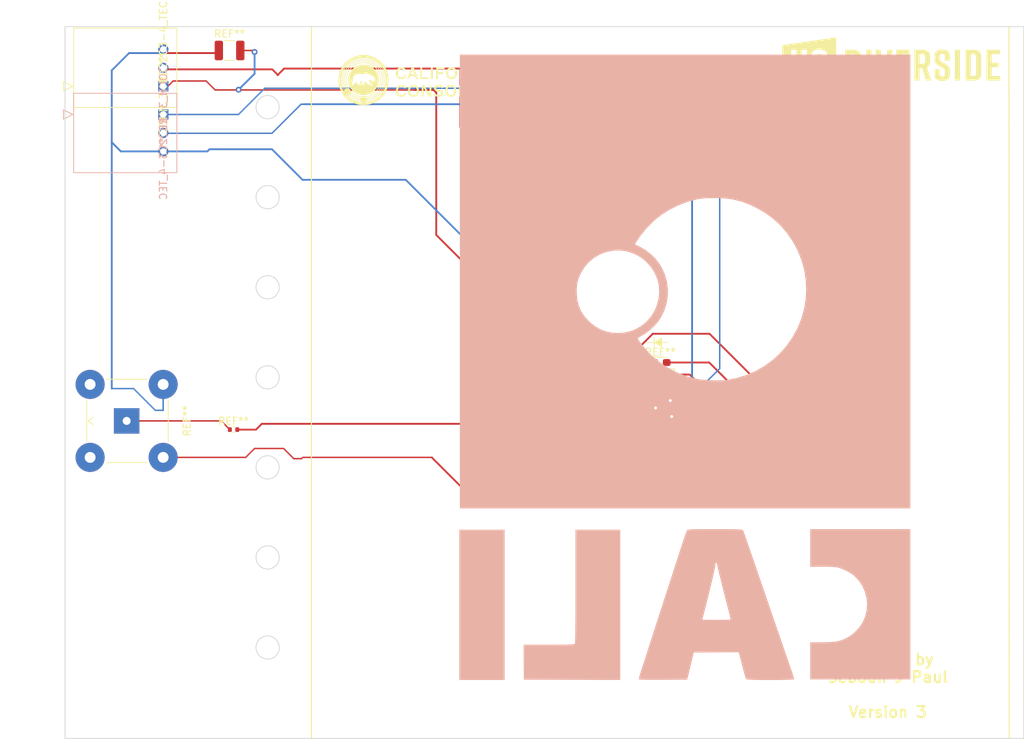
<source format=kicad_pcb>
(kicad_pcb (version 20211014) (generator pcbnew)
  (layers (0 "F.Cu" signal) (31 "B.Cu" signal) (34 "B.Paste" user) (35 "F.Paste" user) (36 "B.SilkS" user "B.Silkscreen") (37 "F.SilkS" user "F.Silkscreen") (38 "B.Mask" user) (39 "F.Mask" user) (44 "Edge.Cuts" user))
  (net 0 "")
  (footprint "Capacitor_SMD:C_1210_3225Metric" (layer "F.Cu") (at 68.36 36.2)
    (fp_text reference "REF**" (at 0 -2.3) (layer "F.SilkS"))
    (fp_text value "C_1210_3225Metric")
    (pad "1" smd roundrect (at -1.475 0) (size 1.15 2.7) (layers "F.Cu" "F.Paste" "F.Mask") (roundrect_rratio 0.2173913043))
    (pad "2" smd roundrect (at 1.475 0) (size 1.15 2.7) (layers "F.Cu" "F.Paste" "F.Mask") (roundrect_rratio 0.2173913043))
  )
  (footprint "Symbol:diode_direction" (layer "F.Cu") (at 127.2 76.4)
    (fp_text reference "REF**" hide)
    (fp_text value "diode_direction" hide)
  )
  (footprint "Connector_Coaxial:BNC_TEConnectivity_1478035_Horizontal" (layer "F.Cu") (at 54.2 87.2 90)
    (fp_text reference "REF**" (at 0 8.3 90) (layer "F.SilkS"))
    (fp_text value "BNC_TEConnectivity_1478035_Horizontal")
    (pad "1" thru_hole rect (at 0 0 90) (size 3.5 3.5) (drill 1.1) (layers *.Cu *.Mask))
    (pad "2" thru_hole circle (at 5.025 -5.025 90) (size 4 4) (drill 1.5) (layers *.Cu *.Mask))
    (pad "2" thru_hole circle (at -5.025 -5.025 90) (size 4 4) (drill 1.5) (layers *.Cu *.Mask))
    (pad "2" thru_hole circle (at 5.025 5.025 90) (size 4 4) (drill 1.5) (layers *.Cu *.Mask))
    (pad "2" thru_hole circle (at -5.025 5.025 90) (size 4 4) (drill 1.5) (layers *.Cu *.Mask))
  )
  (footprint "AMPMODU:3-102203-4" (layer "F.Cu") (at 59.2501 41.1275 90)
    (fp_text reference "REF**" (at 2.54 0 90) (layer "F.SilkS"))
    (fp_text value "CONN_3-102203-4_TEC" (at 2.54 0 90) (layer "F.SilkS"))
    (fp_text user "*" (at 0 0 90) (layer "F.SilkS"))
    (pad "1" thru_hole rect locked (at 0 0 90) (size 1.397 1.397) (drill 0.889) (layers *.Cu *.Mask))
    (pad "2" thru_hole circle locked (at 2.54 0 90) (size 1.397 1.397) (drill 0.889) (layers *.Cu *.Mask))
    (pad "3" thru_hole circle locked (at 5.08 0 90) (size 1.397 1.397) (drill 0.889) (layers *.Cu *.Mask))
  )
  (footprint "Symbol:consortium_logo_3cm" (layer "F.Cu") (at 96.4 40.2)
    (fp_text reference "G***" hide)
    (fp_text value "LOGO" hide)
  )
  (footprint "Sensor:LM94021QBIMG-NOPB" (layer "F.Cu") (at 127.63 85.52)
    (fp_text reference "REF**" (at 0 -0.5 unlocked) (layer "F.SilkS"))
    (fp_text value "LM94021QBIMG-NOPB")
    (pad "1" smd roundrect (at -0.65 1.1) (size 0.35 0.85) (layers "F.Cu" "F.Paste" "F.Mask"))
    (pad "2" smd roundrect (at 0 1.1) (size 0.35 0.85) (layers "F.Cu" "F.Paste" "F.Mask"))
    (pad "3" smd roundrect (at 0.65 1.1) (size 0.35 0.85) (layers "F.Cu" "F.Paste" "F.Mask"))
    (pad "4" smd roundrect (at 0.65 -1.1) (size 0.35 0.85) (layers "F.Cu" "F.Paste" "F.Mask"))
    (pad "5" smd roundrect (at -0.65 -1.1) (size 0.35 0.85) (layers "F.Cu" "F.Paste" "F.Mask"))
  )
  (footprint "SiPM:S14160-3015PS" (layer "F.Cu") (at 127.63 81.92)
    (fp_text reference "REF**" (at 0 -0.5 unlocked) (layer "F.SilkS"))
    (fp_text value "S14160-3015PS")
    (pad "1" smd rect (at -0.25 -1.1) (size 4.3 1.1) (layers "F.Cu" "F.Paste" "F.Mask"))
    (pad "2" smd rect (at -0.25 1.1) (size 4.3 1.1) (layers "F.Cu" "F.Paste" "F.Mask"))
  )
  (footprint "Resistor_SMD:R_0402_1005Metric" (layer "F.Cu") (at 68.91 88.4)
    (fp_text reference "REF**" (at 0 -1.17) (layer "F.SilkS"))
    (fp_text value "R_0402_1005Metric")
    (pad "1" smd roundrect (at -0.51 0) (size 0.54 0.64) (layers "F.Cu" "F.Paste" "F.Mask"))
    (pad "2" smd roundrect (at 0.51 0) (size 0.54 0.64) (layers "F.Cu" "F.Paste" "F.Mask"))
  )
  (footprint "LED_SMD:LED_0603_1608Metric_Pad1.05x0.95mm_HandSolder" (layer "F.Cu") (at 127.63 79.16)
    (fp_text reference "REF**" (at 0 -1.43) (layer "F.SilkS"))
    (fp_text value "LED_0603_1608Metric_Pad1.05x0.95mm_HandSolder")
    (pad "1" smd roundrect (at -0.875 0) (size 1.05 0.95) (layers "F.Cu" "F.Paste" "F.Mask"))
    (pad "2" smd roundrect (at 0.875 0) (size 1.05 0.95) (layers "F.Cu" "F.Paste" "F.Mask"))
  )
  (footprint "Symbol:UCR_Logo_3cm" (layer "F.Cu") (at 159.4 39)
    (fp_text reference "G***" hide)
    (fp_text value "LOGO" hide)
  )
  (footprint "Symbol:CALI_logo_7pt5cm" (layer "B.Cu") (at 130.721159 80.673533 180)
    (fp_text reference "G***" hide)
    (fp_text value "LOGO" hide)
  )
  (footprint "AMPMODU:3-102203-4" (layer "B.Cu") (at 59.2501 45.0125 -90)
    (fp_text reference "REF**" (at 2.54 0 90) (layer "B.SilkS") (effects (justify mirror)))
    (fp_text value "CONN_3-102203-4_TEC" (at 2.54 0 90) (layer "B.SilkS") (effects (justify mirror)))
    (fp_text user "*" (at 0 0 90) (layer "B.SilkS") (effects (justify mirror)))
    (pad "1" thru_hole rect locked (at 0 0 270) (size 1.397 1.397) (drill 0.889) (layers *.Cu *.Mask))
    (pad "2" thru_hole circle locked (at 2.54 0 270) (size 1.397 1.397) (drill 0.889) (layers *.Cu *.Mask))
    (pad "3" thru_hole circle locked (at 5.08 0 270) (size 1.397 1.397) (drill 0.889) (layers *.Cu *.Mask))
  )
  (gr_line (start 175.6 33) (end 175.64 130.8) (layer "F.SilkS") (width 0.15))
  (gr_line (start 79.63 32.92) (end 79.63 130.91) (layer "F.SilkS") (width 0.15))
  (gr_circle (center 73.6 56.4) (end 75.2 56.4) (layer "Edge.Cuts") (width 0.1) (fill none))
  (gr_circle (center 73.6 118.4) (end 75.2 118.4) (layer "Edge.Cuts") (width 0.1) (fill none))
  (gr_circle (center 73.6 106) (end 75.2 106) (layer "Edge.Cuts") (width 0.1) (fill none))
  (gr_rect (start 45.72 32.92) (end 177.64 130.91) (layer "Edge.Cuts") (width 0.1) (fill none))
  (gr_circle (center 73.6 68.8) (end 75.2 68.8) (layer "Edge.Cuts") (width 0.1) (fill none))
  (gr_circle (center 73.6 81.2) (end 75.2 81.2) (layer "Edge.Cuts") (width 0.1) (fill none))
  (gr_circle (center 73.6 93.6) (end 75.2 93.6) (layer "Edge.Cuts") (width 0.1) (fill none))
  (gr_circle (center 73.6 44) (end 75.2 44) (layer "Edge.Cuts") (width 0.1) (fill none))
  (gr_text "Designed by \nSebouh J Paul\n\nVersion 3" (at 158.921159 123.673533) (layer "F.SilkS") (effects (font (size 1.5 1.5) (thickness 0.3))))
  (segment (start 70.575 92.225) (end 71.8 91) (width 0.2) (layer "F.Cu") (net 0))
  (segment (start 133.77 82.92) (end 130.945 85.745) (width 0.25) (layer "F.Cu") (net 0))
  (segment (start 136.2 96.2) (end 100.15 96.2) (width 0.25) (layer "F.Cu") (net 0))
  (segment (start 134.4 75.2) (end 143.6 84.4) (width 0.25) (layer "F.Cu") (net 0))
  (segment (start 126.98 85.42) (end 126.98 84.3) (width 0.25) (layer "F.Cu") (net 0))
  (segment (start 78.25 92.4) (end 78.425 92.225) (width 0.2) (layer "F.Cu") (net 0))
  (segment (start 123.8 88.6) (end 96.8 61.6) (width 0.25) (layer "F.Cu") (net 0))
  (segment (start 128.28 86.5) (end 129.1 86.5) (width 0.25) (layer "F.Cu") (net 0))
  (segment (start 100.15 96.2) (end 96.175 92.225) (width 0.25) (layer "F.Cu") (net 0))
  (segment (start 127.09 80.82) (end 131.67 80.82) (width 0.25) (layer "F.Cu") (net 0))
  (segment (start 130.945 85.745) (end 130.945 86.855) (width 0.25) (layer "F.Cu") (net 0))
  (segment (start 114.6925 61.2925) (end 100.11 46.71) (width 0.25) (layer "F.Cu") (net 0))
  (segment (start 124.7 78.3) (end 124.7 77.1) (width 0.25) (layer "F.Cu") (net 0))
  (segment (start 127.36 83) (end 127.38 83.02) (width 0.25) (layer "F.Cu") (net 0))
  (segment (start 133.4 90.2) (end 103.8 90.2) (width 0.25) (layer "F.Cu") (net 0))
  (segment (start 138.8 84.8) (end 133.4 90.2) (width 0.25) (layer "F.Cu") (net 0))
  (segment (start 96.8 61.6) (end 96.8 42) (width 0.25) (layer "F.Cu") (net 0))
  (segment (start 134.36 79.16) (end 138.8 83.6) (width 0.25) (layer "F.Cu") (net 0))
  (segment (start 130.945 85.745) (end 130.88 85.81) (width 0.25) (layer "F.Cu") (net 0))
  (segment (start 71.8 91) (end 75.8 91) (width 0.2) (layer "F.Cu") (net 0))
  (segment (start 68.4 88.4) (end 67.2 87.2) (width 0.2) (layer "F.Cu") (net 0))
  (segment (start 72.8 87.6) (end 72 88.4) (width 0.25) (layer "F.Cu") (net 0))
  (segment (start 75.8 91) (end 77.2 92.4) (width 0.2) (layer "F.Cu") (net 0))
  (segment (start 114.6925 76.5075) (end 114.6925 61.2925) (width 0.25) (layer "F.Cu") (net 0))
  (segment (start 128.28 84.3) (end 128.9 84.3) (width 0.25) (layer "F.Cu") (net 0))
  (segment (start 101.2 87.6) (end 72.8 87.6) (width 0.25) (layer "F.Cu") (net 0))
  (segment (start 66.37 41.63) (end 93.83 41.63) (width 0.2) (layer "F.Cu") (net 0))
  (segment (start 75.87 38.69) (end 100.11 38.69) (width 0.25) (layer "F.Cu") (net 0))
  (segment (start 138.8 83.6) (end 138.8 84.8) (width 0.25) (layer "F.Cu") (net 0))
  (segment (start 126.98 86.5) (end 126.98 85.42) (width 0.25) (layer "F.Cu") (net 0))
  (segment (start 128.505 79.16) (end 134.36 79.16) (width 0.25) (layer "F.Cu") (net 0))
  (segment (start 96.8 42) (end 96.43 41.63) (width 0.25) (layer "F.Cu") (net 0))
  (segment (start 66.787494 36.557506) (end 66.885 36.46) (width 0.25) (layer "F.Cu") (net 0))
  (segment (start 124.7 77.1) (end 126.6 75.2) (width 0.25) (layer "F.Cu") (net 0))
  (segment (start 127.63 86.5) (end 126.98 86.5) (width 0.25) (layer "F.Cu") (net 0))
  (segment (start 65.14 40.4) (end 66.37 41.63) (width 0.2) (layer "F.Cu") (net 0))
  (segment (start 72 88.4) (end 69.42 88.4) (width 0.25) (layer "F.Cu") (net 0))
  (segment (start 59.8725 41.1275) (end 60.6 40.4) (width 0.2) (layer "F.Cu") (net 0))
  (segment (start 128.8 78.865) (end 128.505 79.16) (width 0.25) (layer "F.Cu") (net 0))
  (segment (start 96.43 41.63) (end 93.83 41.63) (width 0.25) (layer "F.Cu") (net 0))
  (segment (start 74.24 38.8) (end 75.03 39.59) (width 0.25) (layer "F.Cu") (net 0))
  (segment (start 69.835 36.2) (end 71.6 36.2) (width 0.2) (layer "F.Cu") (net 0))
  (segment (start 121.185 83) (end 127.36 83) (width 0.25) (layer "F.Cu") (net 0))
  (segment (start 59.567606 38.8) (end 74.24 38.8) (width 0.25) (layer "F.Cu") (net 0))
  (segment (start 96.24 92.225) (end 96.175 92.225) (width 0.2) (layer "F.Cu") (net 0))
  (segment (start 59.2501 41.1275) (end 59.8725 41.1275) (width 0.2) (layer "F.Cu") (net 0))
  (segment (start 67.2 87.2) (end 54.2 87.2) (width 0.2) (layer "F.Cu") (net 0))
  (segment (start 125.56 79.16) (end 124.7 78.3) (width 0.25) (layer "F.Cu") (net 0))
  (segment (start 74.97 39.59) (end 75.87 38.69) (width 0.25) (layer "F.Cu") (net 0))
  (segment (start 126.755 79.16) (end 125.56 79.16) (width 0.25) (layer "F.Cu") (net 0))
  (segment (start 96.175 92.225) (end 78.425 92.225) (width 0.2) (layer "F.Cu") (net 0))
  (segment (start 60.6 40.4) (end 65.14 40.4) (width 0.2) (layer "F.Cu") (net 0))
  (segment (start 143.6 88.8) (end 136.2 96.2) (width 0.25) (layer "F.Cu") (net 0))
  (segment (start 143.6 84.4) (end 143.6 88.8) (width 0.25) (layer "F.Cu") (net 0))
  (segment (start 77.2 92.4) (end 78.25 92.4) (width 0.2) (layer "F.Cu") (net 0))
  (segment (start 126.6 75.2) (end 134.4 75.2) (width 0.25) (layer "F.Cu") (net 0))
  (segment (start 130.945 86.855) (end 129.2 88.6) (width 0.25) (layer "F.Cu") (net 0))
  (segment (start 103.8 90.2) (end 101.2 87.6) (width 0.25) (layer "F.Cu") (net 0))
  (segment (start 71.6 36.2) (end 71.8 36.4) (width 0.2) (layer "F.Cu") (net 0))
  (segment (start 59.2701 36.557506) (end 66.787494 36.557506) (width 0.25) (layer "F.Cu") (net 0))
  (segment (start 100.11 46.71) (end 100.11 38.69) (width 0.25) (layer "F.Cu") (net 0))
  (segment (start 131.67 80.82) (end 133.77 82.92) (width 0.25) (layer "F.Cu") (net 0))
  (segment (start 70.575 92.225) (end 59.225 92.225) (width 0.2) (layer "F.Cu") (net 0))
  (segment (start 129.2 88.6) (end 123.8 88.6) (width 0.25) (layer "F.Cu") (net 0))
  (segment (start 114.6925 76.5075) (end 121.185 83) (width 0.25) (layer "F.Cu") (net 0))
  (via (at 126.98 85.42) (size 0.8) (drill 0.4) (layers "F.Cu" "B.Cu") (net 0))
  (via (at 69.6 41.6) (size 0.8) (drill 0.4) (layers "F.Cu" "B.Cu") (net 0))
  (via (at 129 84.4) (size 0.8) (drill 0.4) (layers "F.Cu" "B.Cu") (net 0))
  (via (at 71.8 36.4) (size 0.8) (drill 0.4) (layers "F.Cu" "B.Cu") (net 0))
  (via (at 129.2 86.6) (size 0.8) (drill 0.4) (layers "F.Cu" "B.Cu") (net 0))
  (segment (start 126.98 53.62) (end 126.96 53.6) (width 0.25) (layer "B.Cu") (net 0))
  (segment (start 71.5 43.1) (end 69.5875 45.0125) (width 0.2) (layer "B.Cu") (net 0))
  (segment (start 132 49) (end 132 81.4) (width 0.25) (layer "B.Cu") (net 0))
  (segment (start 78.2 43.6) (end 78.6 43.6) (width 0.2) (layer "B.Cu") (net 0))
  (segment (start 74.2 49.8) (end 65.6 49.8) (width 0.25) (layer "B.Cu") (net 0))
  (segment (start 132.2 42) (end 135.8 45.6) (width 0.2) (layer "B.Cu") (net 0))
  (segment (start 53.4025 50.0925) (end 52.15 48.84) (width 0.25) (layer "B.Cu") (net 0))
  (segment (start 55.15 82.75) (end 52.15 82.75) (width 0.2) (layer "B.Cu") (net 0))
  (segment (start 59.225 85.740974) (end 59.225 82.175) (width 0.2) (layer "B.Cu") (net 0))
  (segment (start 132 81.4) (end 129 84.4) (width 0.25) (layer "B.Cu") (net 0))
  (segment (start 132 51) (end 132 49) (width 0.25) (layer "B.Cu") (net 0))
  (segment (start 71.86 36.34) (end 71.8 36.4) (width 0.25) (layer "B.Cu") (net 0))
  (segment (start 65.6 49.8) (end 65.3075 50.0925) (width 0.25) (layer "B.Cu") (net 0))
  (segment (start 132 49) (end 132 45.6) (width 0.25) (layer "B.Cu") (net 0))
  (segment (start 74.2 47.6) (end 78.2 43.6) (width 0.2) (layer "B.Cu") (net 0))
  (segment (start 126.6 85.8) (end 124.4 85.8) (width 0.25) (layer "B.Cu") (net 0))
  (segment (start 131.6 41.4) (end 132.2 42) (width 0.2) (layer "B.Cu") (net 0))
  (segment (start 59.2501 47.5525) (end 59.2976 47.6) (width 0.2) (layer "B.Cu") (net 0))
  (segment (start 59.2976 47.6) (end 74.2 47.6) (width 0.2) (layer "B.Cu") (net 0))
  (segment (start 58.140974 85.740974) (end 59.225 85.740974) (width 0.2) (layer "B.Cu") (net 0))
  (segment (start 55.15 82.75) (end 58.140974 85.740974) (width 0.2) (layer "B.Cu") (net 0))
  (segment (start 92.6 54) (end 78.4 54) (width 0.25) (layer "B.Cu") (net 0))
  (segment (start 73.2 41.4) (end 131.6 41.4) (width 0.2) (layer "B.Cu") (net 0))
  (segment (start 52.15 82.75) (end 52.15 38.94) (width 0.25) (layer "B.Cu") (net 0))
  (segment (start 71.4 43.2) (end 71.5 43.1) (width 0.2) (layer "B.Cu") (net 0))
  (segment (start 135.8 50.4) (end 135.8 51.4) (width 0.2) (layer "B.Cu") (net 0))
  (segment (start 135.8 45.6) (end 135.8 50.4) (width 0.2) (layer "B.Cu") (net 0))
  (segment (start 71.8 36.4) (end 71.8 39.4) (width 0.25) (layer "B.Cu") (net 0))
  (segment (start 71.5 43.1) (end 73.2 41.4) (width 0.2) (layer "B.Cu") (net 0))
  (segment (start 126.98 85.42) (end 126.6 85.8) (width 0.25) (layer "B.Cu") (net 0))
  (segment (start 54.532494 36.557506) (end 59.2701 36.557506) (width 0.25) (layer "B.Cu") (net 0))
  (segment (start 135.8 80) (end 129.2 86.6) (width 0.2) (layer "B.Cu") (net 0))
  (segment (start 65.3075 50.0925) (end 53.4025 50.0925) (width 0.25) (layer "B.Cu") (net 0))
  (segment (start 52.15 38.94) (end 54.532494 36.557506) (width 0.25) (layer "B.Cu") (net 0))
  (segment (start 130 43.6) (end 78.6 43.6) (width 0.25) (layer "B.Cu") (net 0))
  (segment (start 132 45.6) (end 130 43.6) (width 0.25) (layer "B.Cu") (net 0))
  (segment (start 78.4 54) (end 74.2 49.8) (width 0.25) (layer "B.Cu") (net 0))
  (segment (start 69.5875 45.0125) (end 59.2501 45.0125) (width 0.2) (layer "B.Cu") (net 0))
  (segment (start 124.4 85.8) (end 92.6 54) (width 0.25) (layer "B.Cu") (net 0))
  (segment (start 71.8 39.4) (end 69.6 41.6) (width 0.25) (layer "B.Cu") (net 0))
  (segment (start 135.8 50.4) (end 135.8 80) (width 0.2) (layer "B.Cu") (net 0))
)
</source>
